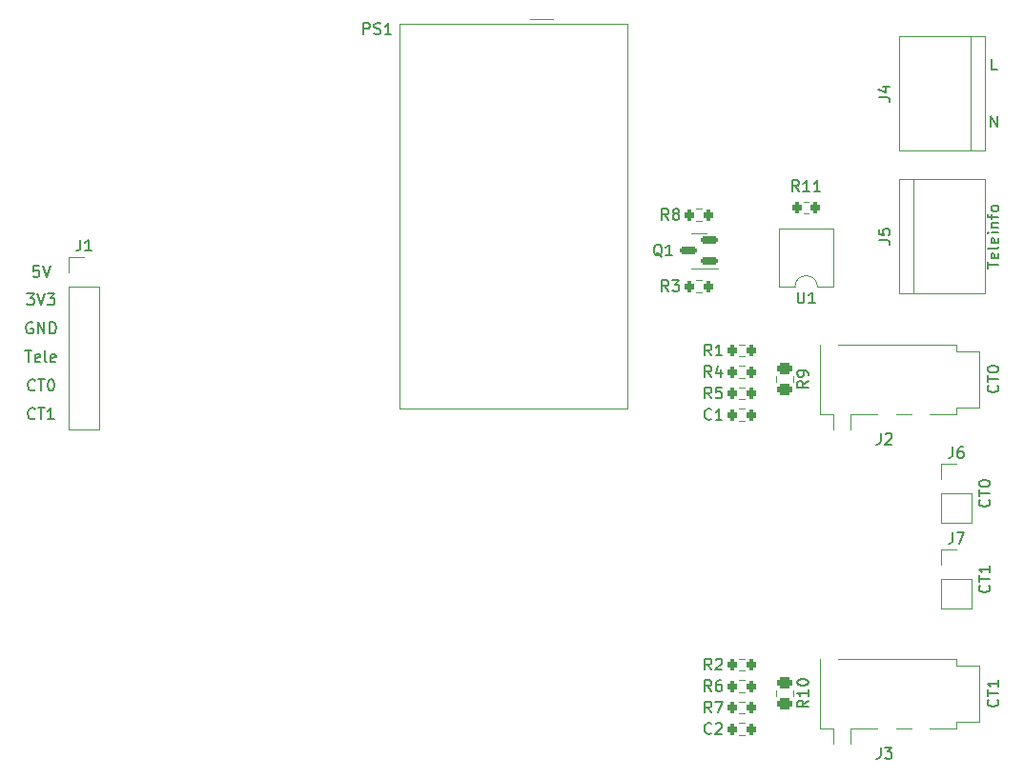
<source format=gto>
G04 #@! TF.GenerationSoftware,KiCad,Pcbnew,(6.0.0-0)*
G04 #@! TF.CreationDate,2022-06-20T09:50:28+02:00*
G04 #@! TF.ProjectId,prototype-1,70726f74-6f74-4797-9065-2d312e6b6963,rev?*
G04 #@! TF.SameCoordinates,Original*
G04 #@! TF.FileFunction,Legend,Top*
G04 #@! TF.FilePolarity,Positive*
%FSLAX46Y46*%
G04 Gerber Fmt 4.6, Leading zero omitted, Abs format (unit mm)*
G04 Created by KiCad (PCBNEW (6.0.0-0)) date 2022-06-20 09:50:28*
%MOMM*%
%LPD*%
G01*
G04 APERTURE LIST*
G04 Aperture macros list*
%AMRoundRect*
0 Rectangle with rounded corners*
0 $1 Rounding radius*
0 $2 $3 $4 $5 $6 $7 $8 $9 X,Y pos of 4 corners*
0 Add a 4 corners polygon primitive as box body*
4,1,4,$2,$3,$4,$5,$6,$7,$8,$9,$2,$3,0*
0 Add four circle primitives for the rounded corners*
1,1,$1+$1,$2,$3*
1,1,$1+$1,$4,$5*
1,1,$1+$1,$6,$7*
1,1,$1+$1,$8,$9*
0 Add four rect primitives between the rounded corners*
20,1,$1+$1,$2,$3,$4,$5,0*
20,1,$1+$1,$4,$5,$6,$7,0*
20,1,$1+$1,$6,$7,$8,$9,0*
20,1,$1+$1,$8,$9,$2,$3,0*%
G04 Aperture macros list end*
%ADD10C,0.150000*%
%ADD11C,0.120000*%
%ADD12R,1.700000X1.700000*%
%ADD13O,1.700000X1.700000*%
%ADD14RoundRect,0.250000X-0.450000X0.262500X-0.450000X-0.262500X0.450000X-0.262500X0.450000X0.262500X0*%
%ADD15RoundRect,0.200000X-0.200000X-0.275000X0.200000X-0.275000X0.200000X0.275000X-0.200000X0.275000X0*%
%ADD16R,2.000000X1.780000*%
%ADD17C,1.500000*%
%ADD18R,1.200000X2.500000*%
%ADD19RoundRect,0.200000X0.200000X0.275000X-0.200000X0.275000X-0.200000X-0.275000X0.200000X-0.275000X0*%
%ADD20R,2.000000X2.300000*%
%ADD21C,2.300000*%
%ADD22RoundRect,0.150000X0.587500X0.150000X-0.587500X0.150000X-0.587500X-0.150000X0.587500X-0.150000X0*%
%ADD23R,3.000000X3.000000*%
%ADD24C,3.000000*%
G04 APERTURE END LIST*
D10*
X192897142Y-112307619D02*
X192944761Y-112355238D01*
X192992380Y-112498095D01*
X192992380Y-112593333D01*
X192944761Y-112736190D01*
X192849523Y-112831428D01*
X192754285Y-112879047D01*
X192563809Y-112926666D01*
X192420952Y-112926666D01*
X192230476Y-112879047D01*
X192135238Y-112831428D01*
X192040000Y-112736190D01*
X191992380Y-112593333D01*
X191992380Y-112498095D01*
X192040000Y-112355238D01*
X192087619Y-112307619D01*
X191992380Y-112021904D02*
X191992380Y-111450476D01*
X192992380Y-111736190D02*
X191992380Y-111736190D01*
X192992380Y-110593333D02*
X192992380Y-111164761D01*
X192992380Y-110879047D02*
X191992380Y-110879047D01*
X192135238Y-110974285D01*
X192230476Y-111069523D01*
X192278095Y-111164761D01*
X192849523Y-56332380D02*
X192373333Y-56332380D01*
X192373333Y-55332380D01*
X107188095Y-78810000D02*
X107092857Y-78762380D01*
X106950000Y-78762380D01*
X106807142Y-78810000D01*
X106711904Y-78905238D01*
X106664285Y-79000476D01*
X106616666Y-79190952D01*
X106616666Y-79333809D01*
X106664285Y-79524285D01*
X106711904Y-79619523D01*
X106807142Y-79714761D01*
X106950000Y-79762380D01*
X107045238Y-79762380D01*
X107188095Y-79714761D01*
X107235714Y-79667142D01*
X107235714Y-79333809D01*
X107045238Y-79333809D01*
X107664285Y-79762380D02*
X107664285Y-78762380D01*
X108235714Y-79762380D01*
X108235714Y-78762380D01*
X108711904Y-79762380D02*
X108711904Y-78762380D01*
X108950000Y-78762380D01*
X109092857Y-78810000D01*
X109188095Y-78905238D01*
X109235714Y-79000476D01*
X109283333Y-79190952D01*
X109283333Y-79333809D01*
X109235714Y-79524285D01*
X109188095Y-79619523D01*
X109092857Y-79714761D01*
X108950000Y-79762380D01*
X108711904Y-79762380D01*
X107402380Y-84747142D02*
X107354761Y-84794761D01*
X107211904Y-84842380D01*
X107116666Y-84842380D01*
X106973809Y-84794761D01*
X106878571Y-84699523D01*
X106830952Y-84604285D01*
X106783333Y-84413809D01*
X106783333Y-84270952D01*
X106830952Y-84080476D01*
X106878571Y-83985238D01*
X106973809Y-83890000D01*
X107116666Y-83842380D01*
X107211904Y-83842380D01*
X107354761Y-83890000D01*
X107402380Y-83937619D01*
X107688095Y-83842380D02*
X108259523Y-83842380D01*
X107973809Y-84842380D02*
X107973809Y-83842380D01*
X108783333Y-83842380D02*
X108878571Y-83842380D01*
X108973809Y-83890000D01*
X109021428Y-83937619D01*
X109069047Y-84032857D01*
X109116666Y-84223333D01*
X109116666Y-84461428D01*
X109069047Y-84651904D01*
X109021428Y-84747142D01*
X108973809Y-84794761D01*
X108878571Y-84842380D01*
X108783333Y-84842380D01*
X108688095Y-84794761D01*
X108640476Y-84747142D01*
X108592857Y-84651904D01*
X108545238Y-84461428D01*
X108545238Y-84223333D01*
X108592857Y-84032857D01*
X108640476Y-83937619D01*
X108688095Y-83890000D01*
X108783333Y-83842380D01*
X192127142Y-102147619D02*
X192174761Y-102195238D01*
X192222380Y-102338095D01*
X192222380Y-102433333D01*
X192174761Y-102576190D01*
X192079523Y-102671428D01*
X191984285Y-102719047D01*
X191793809Y-102766666D01*
X191650952Y-102766666D01*
X191460476Y-102719047D01*
X191365238Y-102671428D01*
X191270000Y-102576190D01*
X191222380Y-102433333D01*
X191222380Y-102338095D01*
X191270000Y-102195238D01*
X191317619Y-102147619D01*
X191222380Y-101861904D02*
X191222380Y-101290476D01*
X192222380Y-101576190D02*
X191222380Y-101576190D01*
X192222380Y-100433333D02*
X192222380Y-101004761D01*
X192222380Y-100719047D02*
X191222380Y-100719047D01*
X191365238Y-100814285D01*
X191460476Y-100909523D01*
X191508095Y-101004761D01*
X106711904Y-76222380D02*
X107330952Y-76222380D01*
X106997619Y-76603333D01*
X107140476Y-76603333D01*
X107235714Y-76650952D01*
X107283333Y-76698571D01*
X107330952Y-76793809D01*
X107330952Y-77031904D01*
X107283333Y-77127142D01*
X107235714Y-77174761D01*
X107140476Y-77222380D01*
X106854761Y-77222380D01*
X106759523Y-77174761D01*
X106711904Y-77127142D01*
X107616666Y-76222380D02*
X107950000Y-77222380D01*
X108283333Y-76222380D01*
X108521428Y-76222380D02*
X109140476Y-76222380D01*
X108807142Y-76603333D01*
X108950000Y-76603333D01*
X109045238Y-76650952D01*
X109092857Y-76698571D01*
X109140476Y-76793809D01*
X109140476Y-77031904D01*
X109092857Y-77127142D01*
X109045238Y-77174761D01*
X108950000Y-77222380D01*
X108664285Y-77222380D01*
X108569047Y-77174761D01*
X108521428Y-77127142D01*
X192127142Y-94527619D02*
X192174761Y-94575238D01*
X192222380Y-94718095D01*
X192222380Y-94813333D01*
X192174761Y-94956190D01*
X192079523Y-95051428D01*
X191984285Y-95099047D01*
X191793809Y-95146666D01*
X191650952Y-95146666D01*
X191460476Y-95099047D01*
X191365238Y-95051428D01*
X191270000Y-94956190D01*
X191222380Y-94813333D01*
X191222380Y-94718095D01*
X191270000Y-94575238D01*
X191317619Y-94527619D01*
X191222380Y-94241904D02*
X191222380Y-93670476D01*
X192222380Y-93956190D02*
X191222380Y-93956190D01*
X191222380Y-93146666D02*
X191222380Y-93051428D01*
X191270000Y-92956190D01*
X191317619Y-92908571D01*
X191412857Y-92860952D01*
X191603333Y-92813333D01*
X191841428Y-92813333D01*
X192031904Y-92860952D01*
X192127142Y-92908571D01*
X192174761Y-92956190D01*
X192222380Y-93051428D01*
X192222380Y-93146666D01*
X192174761Y-93241904D01*
X192127142Y-93289523D01*
X192031904Y-93337142D01*
X191841428Y-93384761D01*
X191603333Y-93384761D01*
X191412857Y-93337142D01*
X191317619Y-93289523D01*
X191270000Y-93241904D01*
X191222380Y-93146666D01*
X107759523Y-73747380D02*
X107283333Y-73747380D01*
X107235714Y-74223571D01*
X107283333Y-74175952D01*
X107378571Y-74128333D01*
X107616666Y-74128333D01*
X107711904Y-74175952D01*
X107759523Y-74223571D01*
X107807142Y-74318809D01*
X107807142Y-74556904D01*
X107759523Y-74652142D01*
X107711904Y-74699761D01*
X107616666Y-74747380D01*
X107378571Y-74747380D01*
X107283333Y-74699761D01*
X107235714Y-74652142D01*
X108092857Y-73747380D02*
X108426190Y-74747380D01*
X108759523Y-73747380D01*
X191992380Y-73953333D02*
X191992380Y-73381904D01*
X192992380Y-73667619D02*
X191992380Y-73667619D01*
X192944761Y-72667619D02*
X192992380Y-72762857D01*
X192992380Y-72953333D01*
X192944761Y-73048571D01*
X192849523Y-73096190D01*
X192468571Y-73096190D01*
X192373333Y-73048571D01*
X192325714Y-72953333D01*
X192325714Y-72762857D01*
X192373333Y-72667619D01*
X192468571Y-72620000D01*
X192563809Y-72620000D01*
X192659047Y-73096190D01*
X192992380Y-72048571D02*
X192944761Y-72143809D01*
X192849523Y-72191428D01*
X191992380Y-72191428D01*
X192944761Y-71286666D02*
X192992380Y-71381904D01*
X192992380Y-71572380D01*
X192944761Y-71667619D01*
X192849523Y-71715238D01*
X192468571Y-71715238D01*
X192373333Y-71667619D01*
X192325714Y-71572380D01*
X192325714Y-71381904D01*
X192373333Y-71286666D01*
X192468571Y-71239047D01*
X192563809Y-71239047D01*
X192659047Y-71715238D01*
X192992380Y-70810476D02*
X192325714Y-70810476D01*
X191992380Y-70810476D02*
X192040000Y-70858095D01*
X192087619Y-70810476D01*
X192040000Y-70762857D01*
X191992380Y-70810476D01*
X192087619Y-70810476D01*
X192325714Y-70334285D02*
X192992380Y-70334285D01*
X192420952Y-70334285D02*
X192373333Y-70286666D01*
X192325714Y-70191428D01*
X192325714Y-70048571D01*
X192373333Y-69953333D01*
X192468571Y-69905714D01*
X192992380Y-69905714D01*
X192325714Y-69572380D02*
X192325714Y-69191428D01*
X192992380Y-69429523D02*
X192135238Y-69429523D01*
X192040000Y-69381904D01*
X191992380Y-69286666D01*
X191992380Y-69191428D01*
X192992380Y-68715238D02*
X192944761Y-68810476D01*
X192897142Y-68858095D01*
X192801904Y-68905714D01*
X192516190Y-68905714D01*
X192420952Y-68858095D01*
X192373333Y-68810476D01*
X192325714Y-68715238D01*
X192325714Y-68572380D01*
X192373333Y-68477142D01*
X192420952Y-68429523D01*
X192516190Y-68381904D01*
X192801904Y-68381904D01*
X192897142Y-68429523D01*
X192944761Y-68477142D01*
X192992380Y-68572380D01*
X192992380Y-68715238D01*
X192254285Y-61412380D02*
X192254285Y-60412380D01*
X192825714Y-61412380D01*
X192825714Y-60412380D01*
X107402380Y-87287142D02*
X107354761Y-87334761D01*
X107211904Y-87382380D01*
X107116666Y-87382380D01*
X106973809Y-87334761D01*
X106878571Y-87239523D01*
X106830952Y-87144285D01*
X106783333Y-86953809D01*
X106783333Y-86810952D01*
X106830952Y-86620476D01*
X106878571Y-86525238D01*
X106973809Y-86430000D01*
X107116666Y-86382380D01*
X107211904Y-86382380D01*
X107354761Y-86430000D01*
X107402380Y-86477619D01*
X107688095Y-86382380D02*
X108259523Y-86382380D01*
X107973809Y-87382380D02*
X107973809Y-86382380D01*
X109116666Y-87382380D02*
X108545238Y-87382380D01*
X108830952Y-87382380D02*
X108830952Y-86382380D01*
X108735714Y-86525238D01*
X108640476Y-86620476D01*
X108545238Y-86668095D01*
X106545238Y-81302380D02*
X107116666Y-81302380D01*
X106830952Y-82302380D02*
X106830952Y-81302380D01*
X107830952Y-82254761D02*
X107735714Y-82302380D01*
X107545238Y-82302380D01*
X107450000Y-82254761D01*
X107402380Y-82159523D01*
X107402380Y-81778571D01*
X107450000Y-81683333D01*
X107545238Y-81635714D01*
X107735714Y-81635714D01*
X107830952Y-81683333D01*
X107878571Y-81778571D01*
X107878571Y-81873809D01*
X107402380Y-81969047D01*
X108450000Y-82302380D02*
X108354761Y-82254761D01*
X108307142Y-82159523D01*
X108307142Y-81302380D01*
X109211904Y-82254761D02*
X109116666Y-82302380D01*
X108926190Y-82302380D01*
X108830952Y-82254761D01*
X108783333Y-82159523D01*
X108783333Y-81778571D01*
X108830952Y-81683333D01*
X108926190Y-81635714D01*
X109116666Y-81635714D01*
X109211904Y-81683333D01*
X109259523Y-81778571D01*
X109259523Y-81873809D01*
X108783333Y-81969047D01*
X192897142Y-84367619D02*
X192944761Y-84415238D01*
X192992380Y-84558095D01*
X192992380Y-84653333D01*
X192944761Y-84796190D01*
X192849523Y-84891428D01*
X192754285Y-84939047D01*
X192563809Y-84986666D01*
X192420952Y-84986666D01*
X192230476Y-84939047D01*
X192135238Y-84891428D01*
X192040000Y-84796190D01*
X191992380Y-84653333D01*
X191992380Y-84558095D01*
X192040000Y-84415238D01*
X192087619Y-84367619D01*
X191992380Y-84081904D02*
X191992380Y-83510476D01*
X192992380Y-83796190D02*
X191992380Y-83796190D01*
X191992380Y-82986666D02*
X191992380Y-82891428D01*
X192040000Y-82796190D01*
X192087619Y-82748571D01*
X192182857Y-82700952D01*
X192373333Y-82653333D01*
X192611428Y-82653333D01*
X192801904Y-82700952D01*
X192897142Y-82748571D01*
X192944761Y-82796190D01*
X192992380Y-82891428D01*
X192992380Y-82986666D01*
X192944761Y-83081904D01*
X192897142Y-83129523D01*
X192801904Y-83177142D01*
X192611428Y-83224761D01*
X192373333Y-83224761D01*
X192182857Y-83177142D01*
X192087619Y-83129523D01*
X192040000Y-83081904D01*
X191992380Y-82986666D01*
X188896666Y-89832380D02*
X188896666Y-90546666D01*
X188849047Y-90689523D01*
X188753809Y-90784761D01*
X188610952Y-90832380D01*
X188515714Y-90832380D01*
X189801428Y-89832380D02*
X189610952Y-89832380D01*
X189515714Y-89880000D01*
X189468095Y-89927619D01*
X189372857Y-90070476D01*
X189325238Y-90260952D01*
X189325238Y-90641904D01*
X189372857Y-90737142D01*
X189420476Y-90784761D01*
X189515714Y-90832380D01*
X189706190Y-90832380D01*
X189801428Y-90784761D01*
X189849047Y-90737142D01*
X189896666Y-90641904D01*
X189896666Y-90403809D01*
X189849047Y-90308571D01*
X189801428Y-90260952D01*
X189706190Y-90213333D01*
X189515714Y-90213333D01*
X189420476Y-90260952D01*
X189372857Y-90308571D01*
X189325238Y-90403809D01*
X176092380Y-83986666D02*
X175616190Y-84320000D01*
X176092380Y-84558095D02*
X175092380Y-84558095D01*
X175092380Y-84177142D01*
X175140000Y-84081904D01*
X175187619Y-84034285D01*
X175282857Y-83986666D01*
X175425714Y-83986666D01*
X175520952Y-84034285D01*
X175568571Y-84081904D01*
X175616190Y-84177142D01*
X175616190Y-84558095D01*
X176092380Y-83510476D02*
X176092380Y-83320000D01*
X176044761Y-83224761D01*
X175997142Y-83177142D01*
X175854285Y-83081904D01*
X175663809Y-83034285D01*
X175282857Y-83034285D01*
X175187619Y-83081904D01*
X175140000Y-83129523D01*
X175092380Y-83224761D01*
X175092380Y-83415238D01*
X175140000Y-83510476D01*
X175187619Y-83558095D01*
X175282857Y-83605714D01*
X175520952Y-83605714D01*
X175616190Y-83558095D01*
X175663809Y-83510476D01*
X175711428Y-83415238D01*
X175711428Y-83224761D01*
X175663809Y-83129523D01*
X175616190Y-83081904D01*
X175520952Y-83034285D01*
X167473333Y-81732380D02*
X167140000Y-81256190D01*
X166901904Y-81732380D02*
X166901904Y-80732380D01*
X167282857Y-80732380D01*
X167378095Y-80780000D01*
X167425714Y-80827619D01*
X167473333Y-80922857D01*
X167473333Y-81065714D01*
X167425714Y-81160952D01*
X167378095Y-81208571D01*
X167282857Y-81256190D01*
X166901904Y-81256190D01*
X168425714Y-81732380D02*
X167854285Y-81732380D01*
X168140000Y-81732380D02*
X168140000Y-80732380D01*
X168044761Y-80875238D01*
X167949523Y-80970476D01*
X167854285Y-81018095D01*
X111426666Y-71417380D02*
X111426666Y-72131666D01*
X111379047Y-72274523D01*
X111283809Y-72369761D01*
X111140952Y-72417380D01*
X111045714Y-72417380D01*
X112426666Y-72417380D02*
X111855238Y-72417380D01*
X112140952Y-72417380D02*
X112140952Y-71417380D01*
X112045714Y-71560238D01*
X111950476Y-71655476D01*
X111855238Y-71703095D01*
X175133095Y-76077380D02*
X175133095Y-76886904D01*
X175180714Y-76982142D01*
X175228333Y-77029761D01*
X175323571Y-77077380D01*
X175514047Y-77077380D01*
X175609285Y-77029761D01*
X175656904Y-76982142D01*
X175704523Y-76886904D01*
X175704523Y-76077380D01*
X176704523Y-77077380D02*
X176133095Y-77077380D01*
X176418809Y-77077380D02*
X176418809Y-76077380D01*
X176323571Y-76220238D01*
X176228333Y-76315476D01*
X176133095Y-76363095D01*
X163663333Y-76017380D02*
X163330000Y-75541190D01*
X163091904Y-76017380D02*
X163091904Y-75017380D01*
X163472857Y-75017380D01*
X163568095Y-75065000D01*
X163615714Y-75112619D01*
X163663333Y-75207857D01*
X163663333Y-75350714D01*
X163615714Y-75445952D01*
X163568095Y-75493571D01*
X163472857Y-75541190D01*
X163091904Y-75541190D01*
X163996666Y-75017380D02*
X164615714Y-75017380D01*
X164282380Y-75398333D01*
X164425238Y-75398333D01*
X164520476Y-75445952D01*
X164568095Y-75493571D01*
X164615714Y-75588809D01*
X164615714Y-75826904D01*
X164568095Y-75922142D01*
X164520476Y-75969761D01*
X164425238Y-76017380D01*
X164139523Y-76017380D01*
X164044285Y-75969761D01*
X163996666Y-75922142D01*
X182496666Y-88622380D02*
X182496666Y-89336666D01*
X182449047Y-89479523D01*
X182353809Y-89574761D01*
X182210952Y-89622380D01*
X182115714Y-89622380D01*
X182925238Y-88717619D02*
X182972857Y-88670000D01*
X183068095Y-88622380D01*
X183306190Y-88622380D01*
X183401428Y-88670000D01*
X183449047Y-88717619D01*
X183496666Y-88812857D01*
X183496666Y-88908095D01*
X183449047Y-89050952D01*
X182877619Y-89622380D01*
X183496666Y-89622380D01*
X167473333Y-115292142D02*
X167425714Y-115339761D01*
X167282857Y-115387380D01*
X167187619Y-115387380D01*
X167044761Y-115339761D01*
X166949523Y-115244523D01*
X166901904Y-115149285D01*
X166854285Y-114958809D01*
X166854285Y-114815952D01*
X166901904Y-114625476D01*
X166949523Y-114530238D01*
X167044761Y-114435000D01*
X167187619Y-114387380D01*
X167282857Y-114387380D01*
X167425714Y-114435000D01*
X167473333Y-114482619D01*
X167854285Y-114482619D02*
X167901904Y-114435000D01*
X167997142Y-114387380D01*
X168235238Y-114387380D01*
X168330476Y-114435000D01*
X168378095Y-114482619D01*
X168425714Y-114577857D01*
X168425714Y-114673095D01*
X168378095Y-114815952D01*
X167806666Y-115387380D01*
X168425714Y-115387380D01*
X182496666Y-116562380D02*
X182496666Y-117276666D01*
X182449047Y-117419523D01*
X182353809Y-117514761D01*
X182210952Y-117562380D01*
X182115714Y-117562380D01*
X182877619Y-116562380D02*
X183496666Y-116562380D01*
X183163333Y-116943333D01*
X183306190Y-116943333D01*
X183401428Y-116990952D01*
X183449047Y-117038571D01*
X183496666Y-117133809D01*
X183496666Y-117371904D01*
X183449047Y-117467142D01*
X183401428Y-117514761D01*
X183306190Y-117562380D01*
X183020476Y-117562380D01*
X182925238Y-117514761D01*
X182877619Y-117467142D01*
X175252142Y-67127380D02*
X174918809Y-66651190D01*
X174680714Y-67127380D02*
X174680714Y-66127380D01*
X175061666Y-66127380D01*
X175156904Y-66175000D01*
X175204523Y-66222619D01*
X175252142Y-66317857D01*
X175252142Y-66460714D01*
X175204523Y-66555952D01*
X175156904Y-66603571D01*
X175061666Y-66651190D01*
X174680714Y-66651190D01*
X176204523Y-67127380D02*
X175633095Y-67127380D01*
X175918809Y-67127380D02*
X175918809Y-66127380D01*
X175823571Y-66270238D01*
X175728333Y-66365476D01*
X175633095Y-66413095D01*
X177156904Y-67127380D02*
X176585476Y-67127380D01*
X176871190Y-67127380D02*
X176871190Y-66127380D01*
X176775952Y-66270238D01*
X176680714Y-66365476D01*
X176585476Y-66413095D01*
X167473333Y-109672380D02*
X167140000Y-109196190D01*
X166901904Y-109672380D02*
X166901904Y-108672380D01*
X167282857Y-108672380D01*
X167378095Y-108720000D01*
X167425714Y-108767619D01*
X167473333Y-108862857D01*
X167473333Y-109005714D01*
X167425714Y-109100952D01*
X167378095Y-109148571D01*
X167282857Y-109196190D01*
X166901904Y-109196190D01*
X167854285Y-108767619D02*
X167901904Y-108720000D01*
X167997142Y-108672380D01*
X168235238Y-108672380D01*
X168330476Y-108720000D01*
X168378095Y-108767619D01*
X168425714Y-108862857D01*
X168425714Y-108958095D01*
X168378095Y-109100952D01*
X167806666Y-109672380D01*
X168425714Y-109672380D01*
X163663333Y-69667380D02*
X163330000Y-69191190D01*
X163091904Y-69667380D02*
X163091904Y-68667380D01*
X163472857Y-68667380D01*
X163568095Y-68715000D01*
X163615714Y-68762619D01*
X163663333Y-68857857D01*
X163663333Y-69000714D01*
X163615714Y-69095952D01*
X163568095Y-69143571D01*
X163472857Y-69191190D01*
X163091904Y-69191190D01*
X164234761Y-69095952D02*
X164139523Y-69048333D01*
X164091904Y-69000714D01*
X164044285Y-68905476D01*
X164044285Y-68857857D01*
X164091904Y-68762619D01*
X164139523Y-68715000D01*
X164234761Y-68667380D01*
X164425238Y-68667380D01*
X164520476Y-68715000D01*
X164568095Y-68762619D01*
X164615714Y-68857857D01*
X164615714Y-68905476D01*
X164568095Y-69000714D01*
X164520476Y-69048333D01*
X164425238Y-69095952D01*
X164234761Y-69095952D01*
X164139523Y-69143571D01*
X164091904Y-69191190D01*
X164044285Y-69286428D01*
X164044285Y-69476904D01*
X164091904Y-69572142D01*
X164139523Y-69619761D01*
X164234761Y-69667380D01*
X164425238Y-69667380D01*
X164520476Y-69619761D01*
X164568095Y-69572142D01*
X164615714Y-69476904D01*
X164615714Y-69286428D01*
X164568095Y-69191190D01*
X164520476Y-69143571D01*
X164425238Y-69095952D01*
X188896666Y-97452380D02*
X188896666Y-98166666D01*
X188849047Y-98309523D01*
X188753809Y-98404761D01*
X188610952Y-98452380D01*
X188515714Y-98452380D01*
X189277619Y-97452380D02*
X189944285Y-97452380D01*
X189515714Y-98452380D01*
X167473333Y-113482380D02*
X167140000Y-113006190D01*
X166901904Y-113482380D02*
X166901904Y-112482380D01*
X167282857Y-112482380D01*
X167378095Y-112530000D01*
X167425714Y-112577619D01*
X167473333Y-112672857D01*
X167473333Y-112815714D01*
X167425714Y-112910952D01*
X167378095Y-112958571D01*
X167282857Y-113006190D01*
X166901904Y-113006190D01*
X167806666Y-112482380D02*
X168473333Y-112482380D01*
X168044761Y-113482380D01*
X167473333Y-83637380D02*
X167140000Y-83161190D01*
X166901904Y-83637380D02*
X166901904Y-82637380D01*
X167282857Y-82637380D01*
X167378095Y-82685000D01*
X167425714Y-82732619D01*
X167473333Y-82827857D01*
X167473333Y-82970714D01*
X167425714Y-83065952D01*
X167378095Y-83113571D01*
X167282857Y-83161190D01*
X166901904Y-83161190D01*
X168330476Y-82970714D02*
X168330476Y-83637380D01*
X168092380Y-82589761D02*
X167854285Y-83304047D01*
X168473333Y-83304047D01*
X167473333Y-85542380D02*
X167140000Y-85066190D01*
X166901904Y-85542380D02*
X166901904Y-84542380D01*
X167282857Y-84542380D01*
X167378095Y-84590000D01*
X167425714Y-84637619D01*
X167473333Y-84732857D01*
X167473333Y-84875714D01*
X167425714Y-84970952D01*
X167378095Y-85018571D01*
X167282857Y-85066190D01*
X166901904Y-85066190D01*
X168378095Y-84542380D02*
X167901904Y-84542380D01*
X167854285Y-85018571D01*
X167901904Y-84970952D01*
X167997142Y-84923333D01*
X168235238Y-84923333D01*
X168330476Y-84970952D01*
X168378095Y-85018571D01*
X168425714Y-85113809D01*
X168425714Y-85351904D01*
X168378095Y-85447142D01*
X168330476Y-85494761D01*
X168235238Y-85542380D01*
X167997142Y-85542380D01*
X167901904Y-85494761D01*
X167854285Y-85447142D01*
X136580714Y-53157380D02*
X136580714Y-52157380D01*
X136961666Y-52157380D01*
X137056904Y-52205000D01*
X137104523Y-52252619D01*
X137152142Y-52347857D01*
X137152142Y-52490714D01*
X137104523Y-52585952D01*
X137056904Y-52633571D01*
X136961666Y-52681190D01*
X136580714Y-52681190D01*
X137533095Y-53109761D02*
X137675952Y-53157380D01*
X137914047Y-53157380D01*
X138009285Y-53109761D01*
X138056904Y-53062142D01*
X138104523Y-52966904D01*
X138104523Y-52871666D01*
X138056904Y-52776428D01*
X138009285Y-52728809D01*
X137914047Y-52681190D01*
X137723571Y-52633571D01*
X137628333Y-52585952D01*
X137580714Y-52538333D01*
X137533095Y-52443095D01*
X137533095Y-52347857D01*
X137580714Y-52252619D01*
X137628333Y-52205000D01*
X137723571Y-52157380D01*
X137961666Y-52157380D01*
X138104523Y-52205000D01*
X139056904Y-53157380D02*
X138485476Y-53157380D01*
X138771190Y-53157380D02*
X138771190Y-52157380D01*
X138675952Y-52300238D01*
X138580714Y-52395476D01*
X138485476Y-52443095D01*
X167473333Y-87352142D02*
X167425714Y-87399761D01*
X167282857Y-87447380D01*
X167187619Y-87447380D01*
X167044761Y-87399761D01*
X166949523Y-87304523D01*
X166901904Y-87209285D01*
X166854285Y-87018809D01*
X166854285Y-86875952D01*
X166901904Y-86685476D01*
X166949523Y-86590238D01*
X167044761Y-86495000D01*
X167187619Y-86447380D01*
X167282857Y-86447380D01*
X167425714Y-86495000D01*
X167473333Y-86542619D01*
X168425714Y-87447380D02*
X167854285Y-87447380D01*
X168140000Y-87447380D02*
X168140000Y-86447380D01*
X168044761Y-86590238D01*
X167949523Y-86685476D01*
X167854285Y-86733095D01*
X176092380Y-112402857D02*
X175616190Y-112736190D01*
X176092380Y-112974285D02*
X175092380Y-112974285D01*
X175092380Y-112593333D01*
X175140000Y-112498095D01*
X175187619Y-112450476D01*
X175282857Y-112402857D01*
X175425714Y-112402857D01*
X175520952Y-112450476D01*
X175568571Y-112498095D01*
X175616190Y-112593333D01*
X175616190Y-112974285D01*
X176092380Y-111450476D02*
X176092380Y-112021904D01*
X176092380Y-111736190D02*
X175092380Y-111736190D01*
X175235238Y-111831428D01*
X175330476Y-111926666D01*
X175378095Y-112021904D01*
X175092380Y-110831428D02*
X175092380Y-110736190D01*
X175140000Y-110640952D01*
X175187619Y-110593333D01*
X175282857Y-110545714D01*
X175473333Y-110498095D01*
X175711428Y-110498095D01*
X175901904Y-110545714D01*
X175997142Y-110593333D01*
X176044761Y-110640952D01*
X176092380Y-110736190D01*
X176092380Y-110831428D01*
X176044761Y-110926666D01*
X175997142Y-110974285D01*
X175901904Y-111021904D01*
X175711428Y-111069523D01*
X175473333Y-111069523D01*
X175282857Y-111021904D01*
X175187619Y-110974285D01*
X175140000Y-110926666D01*
X175092380Y-110831428D01*
X163099761Y-72937619D02*
X163004523Y-72890000D01*
X162909285Y-72794761D01*
X162766428Y-72651904D01*
X162671190Y-72604285D01*
X162575952Y-72604285D01*
X162623571Y-72842380D02*
X162528333Y-72794761D01*
X162433095Y-72699523D01*
X162385476Y-72509047D01*
X162385476Y-72175714D01*
X162433095Y-71985238D01*
X162528333Y-71890000D01*
X162623571Y-71842380D01*
X162814047Y-71842380D01*
X162909285Y-71890000D01*
X163004523Y-71985238D01*
X163052142Y-72175714D01*
X163052142Y-72509047D01*
X163004523Y-72699523D01*
X162909285Y-72794761D01*
X162814047Y-72842380D01*
X162623571Y-72842380D01*
X164004523Y-72842380D02*
X163433095Y-72842380D01*
X163718809Y-72842380D02*
X163718809Y-71842380D01*
X163623571Y-71985238D01*
X163528333Y-72080476D01*
X163433095Y-72128095D01*
X182332380Y-71453333D02*
X183046666Y-71453333D01*
X183189523Y-71500952D01*
X183284761Y-71596190D01*
X183332380Y-71739047D01*
X183332380Y-71834285D01*
X182332380Y-70500952D02*
X182332380Y-70977142D01*
X182808571Y-71024761D01*
X182760952Y-70977142D01*
X182713333Y-70881904D01*
X182713333Y-70643809D01*
X182760952Y-70548571D01*
X182808571Y-70500952D01*
X182903809Y-70453333D01*
X183141904Y-70453333D01*
X183237142Y-70500952D01*
X183284761Y-70548571D01*
X183332380Y-70643809D01*
X183332380Y-70881904D01*
X183284761Y-70977142D01*
X183237142Y-71024761D01*
X167473333Y-111577380D02*
X167140000Y-111101190D01*
X166901904Y-111577380D02*
X166901904Y-110577380D01*
X167282857Y-110577380D01*
X167378095Y-110625000D01*
X167425714Y-110672619D01*
X167473333Y-110767857D01*
X167473333Y-110910714D01*
X167425714Y-111005952D01*
X167378095Y-111053571D01*
X167282857Y-111101190D01*
X166901904Y-111101190D01*
X168330476Y-110577380D02*
X168140000Y-110577380D01*
X168044761Y-110625000D01*
X167997142Y-110672619D01*
X167901904Y-110815476D01*
X167854285Y-111005952D01*
X167854285Y-111386904D01*
X167901904Y-111482142D01*
X167949523Y-111529761D01*
X168044761Y-111577380D01*
X168235238Y-111577380D01*
X168330476Y-111529761D01*
X168378095Y-111482142D01*
X168425714Y-111386904D01*
X168425714Y-111148809D01*
X168378095Y-111053571D01*
X168330476Y-111005952D01*
X168235238Y-110958333D01*
X168044761Y-110958333D01*
X167949523Y-111005952D01*
X167901904Y-111053571D01*
X167854285Y-111148809D01*
X182332380Y-58753333D02*
X183046666Y-58753333D01*
X183189523Y-58800952D01*
X183284761Y-58896190D01*
X183332380Y-59039047D01*
X183332380Y-59134285D01*
X182665714Y-57848571D02*
X183332380Y-57848571D01*
X182284761Y-58086666D02*
X182999047Y-58324761D01*
X182999047Y-57705714D01*
D11*
X187900000Y-92710000D02*
X187900000Y-91380000D01*
X187900000Y-96580000D02*
X190560000Y-96580000D01*
X187900000Y-91380000D02*
X189230000Y-91380000D01*
X190560000Y-93980000D02*
X190560000Y-96580000D01*
X187900000Y-93980000D02*
X190560000Y-93980000D01*
X187900000Y-93980000D02*
X187900000Y-96580000D01*
X174725000Y-83592936D02*
X174725000Y-84047064D01*
X173255000Y-83592936D02*
X173255000Y-84047064D01*
X169942742Y-80757500D02*
X170417258Y-80757500D01*
X169942742Y-81802500D02*
X170417258Y-81802500D01*
X113090000Y-75565000D02*
X113090000Y-88325000D01*
X110430000Y-88325000D02*
X113090000Y-88325000D01*
X110430000Y-75565000D02*
X110430000Y-88325000D01*
X110430000Y-74295000D02*
X110430000Y-72965000D01*
X110430000Y-75565000D02*
X113090000Y-75565000D01*
X110430000Y-72965000D02*
X111760000Y-72965000D01*
X176895000Y-75625000D02*
X178345000Y-75625000D01*
X173445000Y-70425000D02*
X173445000Y-75625000D01*
X178345000Y-75625000D02*
X178345000Y-70425000D01*
X178345000Y-70425000D02*
X173445000Y-70425000D01*
X173445000Y-75625000D02*
X174895000Y-75625000D01*
X176895000Y-75625000D02*
G75*
G03*
X174895000Y-75625000I-1000000J0D01*
G01*
X166132742Y-76087500D02*
X166607258Y-76087500D01*
X166132742Y-75042500D02*
X166607258Y-75042500D01*
X182230000Y-86920000D02*
X179830000Y-86920000D01*
X189255000Y-86920000D02*
X189255000Y-86320000D01*
X179830000Y-86920000D02*
X179830000Y-88320000D01*
X189255000Y-86920000D02*
X186880000Y-86920000D01*
X185230000Y-86920000D02*
X183880000Y-86920000D01*
X178280000Y-86920000D02*
X178280000Y-88320000D01*
X191255000Y-86320000D02*
X191255000Y-81320000D01*
X178280000Y-86920000D02*
X177155000Y-86920000D01*
X178730000Y-80720000D02*
X189255000Y-80720000D01*
X177155000Y-80720000D02*
X177155000Y-86920000D01*
X189255000Y-81320000D02*
X191255000Y-81320000D01*
X189255000Y-86320000D02*
X191255000Y-86320000D01*
X189255000Y-81320000D02*
X189255000Y-80720000D01*
X170417258Y-114412500D02*
X169942742Y-114412500D01*
X170417258Y-115457500D02*
X169942742Y-115457500D01*
X191255000Y-114260000D02*
X191255000Y-109260000D01*
X185230000Y-114860000D02*
X183880000Y-114860000D01*
X178280000Y-114860000D02*
X178280000Y-116260000D01*
X189255000Y-114860000D02*
X189255000Y-114260000D01*
X178280000Y-114860000D02*
X177155000Y-114860000D01*
X189255000Y-114860000D02*
X186880000Y-114860000D01*
X189255000Y-114260000D02*
X191255000Y-114260000D01*
X179830000Y-114860000D02*
X179830000Y-116260000D01*
X182230000Y-114860000D02*
X179830000Y-114860000D01*
X189255000Y-109260000D02*
X191255000Y-109260000D01*
X178730000Y-108660000D02*
X189255000Y-108660000D01*
X177155000Y-108660000D02*
X177155000Y-114860000D01*
X189255000Y-109260000D02*
X189255000Y-108660000D01*
X176132258Y-68057500D02*
X175657742Y-68057500D01*
X176132258Y-69102500D02*
X175657742Y-69102500D01*
X169942742Y-108697500D02*
X170417258Y-108697500D01*
X169942742Y-109742500D02*
X170417258Y-109742500D01*
X166132742Y-68692500D02*
X166607258Y-68692500D01*
X166132742Y-69737500D02*
X166607258Y-69737500D01*
X187900000Y-101600000D02*
X190560000Y-101600000D01*
X187900000Y-101600000D02*
X187900000Y-104200000D01*
X187900000Y-104200000D02*
X190560000Y-104200000D01*
X187900000Y-99000000D02*
X189230000Y-99000000D01*
X187900000Y-100330000D02*
X187900000Y-99000000D01*
X190560000Y-101600000D02*
X190560000Y-104200000D01*
X169942742Y-112507500D02*
X170417258Y-112507500D01*
X169942742Y-113552500D02*
X170417258Y-113552500D01*
X170417258Y-83707500D02*
X169942742Y-83707500D01*
X170417258Y-82662500D02*
X169942742Y-82662500D01*
X169942742Y-85612500D02*
X170417258Y-85612500D01*
X169942742Y-84567500D02*
X170417258Y-84567500D01*
X153400000Y-51820000D02*
X151390000Y-51820000D01*
X160000000Y-52210000D02*
X139800000Y-52210000D01*
X139800000Y-52210000D02*
X139800000Y-86410000D01*
X139800000Y-86410000D02*
X160000000Y-86410000D01*
X160000000Y-86410000D02*
X160000000Y-52210000D01*
X170417258Y-86472500D02*
X169942742Y-86472500D01*
X170417258Y-87517500D02*
X169942742Y-87517500D01*
X174725000Y-111532936D02*
X174725000Y-111987064D01*
X173255000Y-111532936D02*
X173255000Y-111987064D01*
X166370000Y-70830000D02*
X165720000Y-70830000D01*
X166370000Y-73950000D02*
X168045000Y-73950000D01*
X166370000Y-70830000D02*
X167020000Y-70830000D01*
X166370000Y-73950000D02*
X165720000Y-73950000D01*
X191770000Y-66040000D02*
X184150000Y-66040000D01*
X184150000Y-66040000D02*
X184150000Y-76200000D01*
X191770000Y-76200000D02*
X191770000Y-66040000D01*
X185420000Y-76200000D02*
X185420000Y-66040000D01*
X184150000Y-76200000D02*
X191770000Y-76200000D01*
X170417258Y-110602500D02*
X169942742Y-110602500D01*
X170417258Y-111647500D02*
X169942742Y-111647500D01*
X190500000Y-53340000D02*
X190500000Y-63500000D01*
X191770000Y-63500000D02*
X191770000Y-53340000D01*
X191770000Y-53340000D02*
X184150000Y-53340000D01*
X184150000Y-63500000D02*
X191770000Y-63500000D01*
X184150000Y-53340000D02*
X184150000Y-63500000D01*
%LPC*%
D12*
X189230000Y-92710000D03*
D13*
X189230000Y-95250000D03*
D14*
X173990000Y-82907500D03*
X173990000Y-84732500D03*
D15*
X169355000Y-81280000D03*
X171005000Y-81280000D03*
D12*
X111760000Y-74295000D03*
D13*
X111760000Y-76835000D03*
X111760000Y-79375000D03*
X111760000Y-81915000D03*
X111760000Y-84455000D03*
X111760000Y-86995000D03*
D16*
X179705000Y-74295000D03*
X179705000Y-71755000D03*
X172085000Y-71755000D03*
X172085000Y-74295000D03*
D15*
X165545000Y-75565000D03*
X167195000Y-75565000D03*
D17*
X180655000Y-83820000D03*
X187655000Y-83820000D03*
D18*
X183055000Y-87070000D03*
X186055000Y-87070000D03*
X177955000Y-80570000D03*
X179055000Y-87070000D03*
D19*
X171005000Y-114935000D03*
X169355000Y-114935000D03*
D17*
X180655000Y-111760000D03*
X187655000Y-111760000D03*
D18*
X183055000Y-115010000D03*
X186055000Y-115010000D03*
X177955000Y-108510000D03*
X179055000Y-115010000D03*
D19*
X176720000Y-68580000D03*
X175070000Y-68580000D03*
D15*
X169355000Y-109220000D03*
X171005000Y-109220000D03*
X165545000Y-69215000D03*
X167195000Y-69215000D03*
D12*
X189230000Y-100330000D03*
D13*
X189230000Y-102870000D03*
D15*
X169355000Y-113030000D03*
X171005000Y-113030000D03*
D19*
X171005000Y-83185000D03*
X169355000Y-83185000D03*
D15*
X169355000Y-85090000D03*
X171005000Y-85090000D03*
D20*
X152400000Y-54610000D03*
D21*
X147400000Y-54610000D03*
X157600000Y-84010000D03*
X142200000Y-84010000D03*
D19*
X171005000Y-86995000D03*
X169355000Y-86995000D03*
D14*
X173990000Y-110847500D03*
X173990000Y-112672500D03*
D22*
X167307500Y-73340000D03*
X167307500Y-71440000D03*
X165432500Y-72390000D03*
D23*
X187960000Y-68580000D03*
D24*
X187960000Y-73660000D03*
D19*
X171005000Y-111125000D03*
X169355000Y-111125000D03*
D23*
X187960000Y-60960000D03*
D24*
X187960000Y-55880000D03*
M02*

</source>
